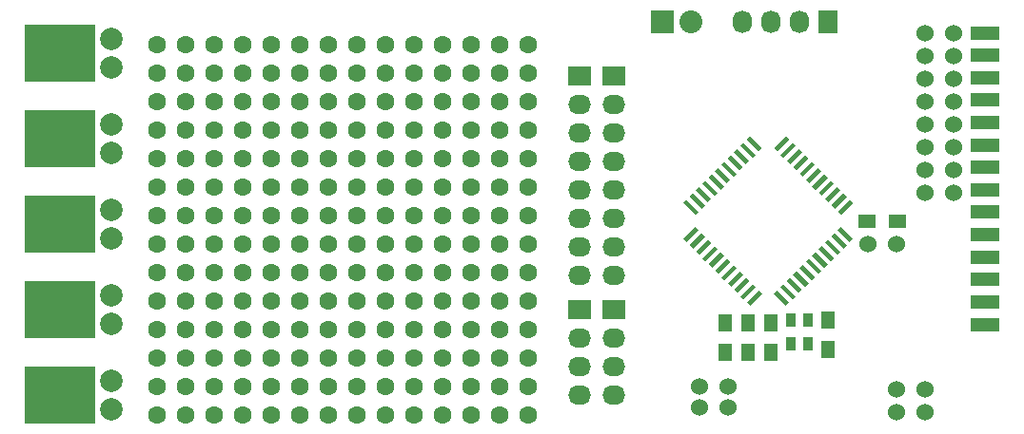
<source format=gts>
G04 #@! TF.FileFunction,Soldermask,Top*
%FSLAX46Y46*%
G04 Gerber Fmt 4.6, Leading zero omitted, Abs format (unit mm)*
G04 Created by KiCad (PCBNEW (2014-12-04 BZR 5312)-product) date 8/01/2015 8:05:32 PM*
%MOMM*%
G01*
G04 APERTURE LIST*
%ADD10C,0.100000*%
%ADD11C,1.600000*%
%ADD12R,6.350000X5.080000*%
%ADD13R,2.540000X1.270000*%
%ADD14R,2.032000X2.032000*%
%ADD15O,2.032000X2.032000*%
%ADD16R,2.032000X1.727200*%
%ADD17O,2.032000X1.727200*%
%ADD18C,1.524000*%
%ADD19R,0.900000X1.200000*%
%ADD20R,1.300000X1.500000*%
%ADD21R,1.500000X1.300000*%
%ADD22R,1.727200X2.032000*%
%ADD23O,1.727200X2.032000*%
%ADD24C,1.998980*%
G04 APERTURE END LIST*
D10*
D11*
X152400000Y-60960000D03*
X154940000Y-60960000D03*
X152400000Y-63500000D03*
X154940000Y-63500000D03*
X121920000Y-86360000D03*
X124460000Y-86360000D03*
X127000000Y-86360000D03*
X129540000Y-86360000D03*
X121920000Y-88900000D03*
X124460000Y-88900000D03*
X127000000Y-88900000D03*
X129540000Y-88900000D03*
X121920000Y-91440000D03*
X124460000Y-91440000D03*
X127000000Y-91440000D03*
X129540000Y-91440000D03*
X121920000Y-93980000D03*
X124460000Y-93980000D03*
X127000000Y-93980000D03*
X129540000Y-93980000D03*
D12*
X113284000Y-61772800D03*
X113284000Y-69392800D03*
X113284000Y-77012800D03*
X113284000Y-84632800D03*
X113284000Y-92252800D03*
D13*
X195580000Y-59944000D03*
X195580000Y-61944000D03*
X195580000Y-63944000D03*
X195580000Y-65944000D03*
X195580000Y-67944000D03*
X195580000Y-69944000D03*
X195580000Y-71944000D03*
X195580000Y-73944000D03*
X195580000Y-75944000D03*
X195580000Y-77944000D03*
X195580000Y-79944000D03*
X195580000Y-81944000D03*
X195580000Y-83944000D03*
X195580000Y-85944000D03*
D14*
X166878000Y-58928000D03*
D15*
X169418000Y-58928000D03*
D16*
X159512000Y-63754000D03*
D17*
X159512000Y-66294000D03*
X159512000Y-68834000D03*
X159512000Y-71374000D03*
X159512000Y-73914000D03*
X159512000Y-76454000D03*
X159512000Y-78994000D03*
X159512000Y-81534000D03*
D16*
X162560000Y-63754000D03*
D17*
X162560000Y-66294000D03*
X162560000Y-68834000D03*
X162560000Y-71374000D03*
X162560000Y-73914000D03*
X162560000Y-76454000D03*
X162560000Y-78994000D03*
X162560000Y-81534000D03*
D10*
G36*
X179921984Y-80066616D02*
X180999614Y-81144246D01*
X180712246Y-81431614D01*
X179634616Y-80353984D01*
X179921984Y-80066616D01*
X179921984Y-80066616D01*
G37*
G36*
X180487740Y-79500860D02*
X181565370Y-80578490D01*
X181278002Y-80865858D01*
X180200372Y-79788228D01*
X180487740Y-79500860D01*
X180487740Y-79500860D01*
G37*
G36*
X181053497Y-78935104D02*
X182131127Y-80012734D01*
X181843759Y-80300102D01*
X180766129Y-79222472D01*
X181053497Y-78935104D01*
X181053497Y-78935104D01*
G37*
G36*
X181619253Y-78369348D02*
X182696883Y-79446978D01*
X182409515Y-79734346D01*
X181331885Y-78656716D01*
X181619253Y-78369348D01*
X181619253Y-78369348D01*
G37*
G36*
X182185009Y-77803592D02*
X183262639Y-78881222D01*
X182975271Y-79168590D01*
X181897641Y-78090960D01*
X182185009Y-77803592D01*
X182185009Y-77803592D01*
G37*
G36*
X182750765Y-77237836D02*
X183828395Y-78315466D01*
X183541027Y-78602834D01*
X182463397Y-77525204D01*
X182750765Y-77237836D01*
X182750765Y-77237836D01*
G37*
G36*
X179356228Y-80632372D02*
X180433858Y-81710002D01*
X180146490Y-81997370D01*
X179068860Y-80919740D01*
X179356228Y-80632372D01*
X179356228Y-80632372D01*
G37*
G36*
X178790472Y-81198129D02*
X179868102Y-82275759D01*
X179580734Y-82563127D01*
X178503104Y-81485497D01*
X178790472Y-81198129D01*
X178790472Y-81198129D01*
G37*
G36*
X178224716Y-81763885D02*
X179302346Y-82841515D01*
X179014978Y-83128883D01*
X177937348Y-82051253D01*
X178224716Y-81763885D01*
X178224716Y-81763885D01*
G37*
G36*
X177658960Y-82329641D02*
X178736590Y-83407271D01*
X178449222Y-83694639D01*
X177371592Y-82617009D01*
X177658960Y-82329641D01*
X177658960Y-82329641D01*
G37*
G36*
X177093204Y-82895397D02*
X178170834Y-83973027D01*
X177883466Y-84260395D01*
X176805836Y-83182765D01*
X177093204Y-82895397D01*
X177093204Y-82895397D01*
G37*
G36*
X171839754Y-71984386D02*
X172917384Y-73062016D01*
X172630016Y-73349384D01*
X171552386Y-72271754D01*
X171839754Y-71984386D01*
X171839754Y-71984386D01*
G37*
G36*
X172405510Y-71418630D02*
X173483140Y-72496260D01*
X173195772Y-72783628D01*
X172118142Y-71705998D01*
X172405510Y-71418630D01*
X172405510Y-71418630D01*
G37*
G36*
X172971266Y-70852873D02*
X174048896Y-71930503D01*
X173761528Y-72217871D01*
X172683898Y-71140241D01*
X172971266Y-70852873D01*
X172971266Y-70852873D01*
G37*
G36*
X173537022Y-70287117D02*
X174614652Y-71364747D01*
X174327284Y-71652115D01*
X173249654Y-70574485D01*
X173537022Y-70287117D01*
X173537022Y-70287117D01*
G37*
G36*
X174102778Y-69721361D02*
X175180408Y-70798991D01*
X174893040Y-71086359D01*
X173815410Y-70008729D01*
X174102778Y-69721361D01*
X174102778Y-69721361D01*
G37*
G36*
X174668534Y-69155605D02*
X175746164Y-70233235D01*
X175458796Y-70520603D01*
X174381166Y-69442973D01*
X174668534Y-69155605D01*
X174668534Y-69155605D01*
G37*
G36*
X171273998Y-72550142D02*
X172351628Y-73627772D01*
X172064260Y-73915140D01*
X170986630Y-72837510D01*
X171273998Y-72550142D01*
X171273998Y-72550142D01*
G37*
G36*
X170708241Y-73115898D02*
X171785871Y-74193528D01*
X171498503Y-74480896D01*
X170420873Y-73403266D01*
X170708241Y-73115898D01*
X170708241Y-73115898D01*
G37*
G36*
X170142485Y-73681654D02*
X171220115Y-74759284D01*
X170932747Y-75046652D01*
X169855117Y-73969022D01*
X170142485Y-73681654D01*
X170142485Y-73681654D01*
G37*
G36*
X169576729Y-74247410D02*
X170654359Y-75325040D01*
X170366991Y-75612408D01*
X169289361Y-74534778D01*
X169576729Y-74247410D01*
X169576729Y-74247410D01*
G37*
G36*
X169010973Y-74813166D02*
X170088603Y-75890796D01*
X169801235Y-76178164D01*
X168723605Y-75100534D01*
X169010973Y-74813166D01*
X169010973Y-74813166D01*
G37*
G36*
X180712246Y-71984386D02*
X180999614Y-72271754D01*
X179921984Y-73349384D01*
X179634616Y-73062016D01*
X180712246Y-71984386D01*
X180712246Y-71984386D01*
G37*
G36*
X172630016Y-80066616D02*
X172917384Y-80353984D01*
X171839754Y-81431614D01*
X171552386Y-81144246D01*
X172630016Y-80066616D01*
X172630016Y-80066616D01*
G37*
G36*
X180146490Y-71418630D02*
X180433858Y-71705998D01*
X179356228Y-72783628D01*
X179068860Y-72496260D01*
X180146490Y-71418630D01*
X180146490Y-71418630D01*
G37*
G36*
X172064260Y-79500860D02*
X172351628Y-79788228D01*
X171273998Y-80865858D01*
X170986630Y-80578490D01*
X172064260Y-79500860D01*
X172064260Y-79500860D01*
G37*
G36*
X171498503Y-78935104D02*
X171785871Y-79222472D01*
X170708241Y-80300102D01*
X170420873Y-80012734D01*
X171498503Y-78935104D01*
X171498503Y-78935104D01*
G37*
G36*
X179580734Y-70852873D02*
X179868102Y-71140241D01*
X178790472Y-72217871D01*
X178503104Y-71930503D01*
X179580734Y-70852873D01*
X179580734Y-70852873D01*
G37*
G36*
X179014978Y-70287117D02*
X179302346Y-70574485D01*
X178224716Y-71652115D01*
X177937348Y-71364747D01*
X179014978Y-70287117D01*
X179014978Y-70287117D01*
G37*
G36*
X170932747Y-78369348D02*
X171220115Y-78656716D01*
X170142485Y-79734346D01*
X169855117Y-79446978D01*
X170932747Y-78369348D01*
X170932747Y-78369348D01*
G37*
G36*
X170366991Y-77803592D02*
X170654359Y-78090960D01*
X169576729Y-79168590D01*
X169289361Y-78881222D01*
X170366991Y-77803592D01*
X170366991Y-77803592D01*
G37*
G36*
X178449222Y-69721361D02*
X178736590Y-70008729D01*
X177658960Y-71086359D01*
X177371592Y-70798991D01*
X178449222Y-69721361D01*
X178449222Y-69721361D01*
G37*
G36*
X177883466Y-69155605D02*
X178170834Y-69442973D01*
X177093204Y-70520603D01*
X176805836Y-70233235D01*
X177883466Y-69155605D01*
X177883466Y-69155605D01*
G37*
G36*
X169801235Y-77237836D02*
X170088603Y-77525204D01*
X169010973Y-78602834D01*
X168723605Y-78315466D01*
X169801235Y-77237836D01*
X169801235Y-77237836D01*
G37*
G36*
X173195772Y-80632372D02*
X173483140Y-80919740D01*
X172405510Y-81997370D01*
X172118142Y-81710002D01*
X173195772Y-80632372D01*
X173195772Y-80632372D01*
G37*
G36*
X181278002Y-72550142D02*
X181565370Y-72837510D01*
X180487740Y-73915140D01*
X180200372Y-73627772D01*
X181278002Y-72550142D01*
X181278002Y-72550142D01*
G37*
G36*
X181843759Y-73115898D02*
X182131127Y-73403266D01*
X181053497Y-74480896D01*
X180766129Y-74193528D01*
X181843759Y-73115898D01*
X181843759Y-73115898D01*
G37*
G36*
X173761528Y-81198129D02*
X174048896Y-81485497D01*
X172971266Y-82563127D01*
X172683898Y-82275759D01*
X173761528Y-81198129D01*
X173761528Y-81198129D01*
G37*
G36*
X174327284Y-81763885D02*
X174614652Y-82051253D01*
X173537022Y-83128883D01*
X173249654Y-82841515D01*
X174327284Y-81763885D01*
X174327284Y-81763885D01*
G37*
G36*
X182409515Y-73681654D02*
X182696883Y-73969022D01*
X181619253Y-75046652D01*
X181331885Y-74759284D01*
X182409515Y-73681654D01*
X182409515Y-73681654D01*
G37*
G36*
X182975271Y-74247410D02*
X183262639Y-74534778D01*
X182185009Y-75612408D01*
X181897641Y-75325040D01*
X182975271Y-74247410D01*
X182975271Y-74247410D01*
G37*
G36*
X174893040Y-82329641D02*
X175180408Y-82617009D01*
X174102778Y-83694639D01*
X173815410Y-83407271D01*
X174893040Y-82329641D01*
X174893040Y-82329641D01*
G37*
G36*
X175458796Y-82895397D02*
X175746164Y-83182765D01*
X174668534Y-84260395D01*
X174381166Y-83973027D01*
X175458796Y-82895397D01*
X175458796Y-82895397D01*
G37*
G36*
X183541027Y-74813166D02*
X183828395Y-75100534D01*
X182750765Y-76178164D01*
X182463397Y-75890796D01*
X183541027Y-74813166D01*
X183541027Y-74813166D01*
G37*
D18*
X192786000Y-59944000D03*
X190246000Y-59944000D03*
X192786000Y-61976000D03*
X190246000Y-61976000D03*
X192786000Y-64008000D03*
X190246000Y-64008000D03*
X192786000Y-66040000D03*
X190246000Y-66040000D03*
X192786000Y-68072000D03*
X190246000Y-68072000D03*
X192786000Y-70104000D03*
X190246000Y-70104000D03*
X192786000Y-72136000D03*
X190246000Y-72136000D03*
X192786000Y-74168000D03*
X190246000Y-74168000D03*
X185166000Y-78740000D03*
X187706000Y-78740000D03*
X170180000Y-91440000D03*
X172720000Y-91440000D03*
X170180000Y-93345000D03*
X172720000Y-93345000D03*
X187706000Y-91694000D03*
X190246000Y-91694000D03*
X187706000Y-93726000D03*
X190246000Y-93726000D03*
D19*
X178308000Y-85514000D03*
X178308000Y-87714000D03*
D20*
X176530000Y-85772000D03*
X176530000Y-88472000D03*
D19*
X179832000Y-85514000D03*
X179832000Y-87714000D03*
D20*
X181610000Y-85518000D03*
X181610000Y-88218000D03*
D21*
X185086000Y-76708000D03*
X187786000Y-76708000D03*
D20*
X174498000Y-88472000D03*
X174498000Y-85772000D03*
D16*
X159512000Y-84582000D03*
D17*
X159512000Y-87122000D03*
X159512000Y-89662000D03*
X159512000Y-92202000D03*
D16*
X162560000Y-84582000D03*
D17*
X162560000Y-87122000D03*
X162560000Y-89662000D03*
X162560000Y-92202000D03*
D22*
X181610000Y-58928000D03*
D23*
X179070000Y-58928000D03*
X176530000Y-58928000D03*
X173990000Y-58928000D03*
D20*
X172466000Y-88472000D03*
X172466000Y-85772000D03*
D24*
X117856000Y-60452000D03*
X117856000Y-68072000D03*
X117856000Y-75692000D03*
X117856000Y-83312000D03*
X117856000Y-90932000D03*
X117856000Y-62992000D03*
X117856000Y-70612000D03*
X117856000Y-78232000D03*
X117856000Y-85852000D03*
X117856000Y-93472000D03*
D11*
X121920000Y-76200000D03*
X124460000Y-76200000D03*
X127000000Y-76200000D03*
X129540000Y-76200000D03*
X121920000Y-78740000D03*
X124460000Y-78740000D03*
X127000000Y-78740000D03*
X129540000Y-78740000D03*
X121920000Y-81280000D03*
X124460000Y-81280000D03*
X127000000Y-81280000D03*
X129540000Y-81280000D03*
X121920000Y-83820000D03*
X124460000Y-83820000D03*
X127000000Y-83820000D03*
X129540000Y-83820000D03*
X121920000Y-66040000D03*
X124460000Y-66040000D03*
X127000000Y-66040000D03*
X129540000Y-66040000D03*
X121920000Y-68580000D03*
X124460000Y-68580000D03*
X127000000Y-68580000D03*
X129540000Y-68580000D03*
X121920000Y-71120000D03*
X124460000Y-71120000D03*
X127000000Y-71120000D03*
X129540000Y-71120000D03*
X121920000Y-73660000D03*
X124460000Y-73660000D03*
X127000000Y-73660000D03*
X129540000Y-73660000D03*
X132080000Y-66040000D03*
X134620000Y-66040000D03*
X137160000Y-66040000D03*
X139700000Y-66040000D03*
X132080000Y-68580000D03*
X134620000Y-68580000D03*
X137160000Y-68580000D03*
X139700000Y-68580000D03*
X132080000Y-71120000D03*
X134620000Y-71120000D03*
X137160000Y-71120000D03*
X139700000Y-71120000D03*
X132080000Y-73660000D03*
X134620000Y-73660000D03*
X137160000Y-73660000D03*
X139700000Y-73660000D03*
X132080000Y-76200000D03*
X134620000Y-76200000D03*
X137160000Y-76200000D03*
X139700000Y-76200000D03*
X132080000Y-78740000D03*
X134620000Y-78740000D03*
X137160000Y-78740000D03*
X139700000Y-78740000D03*
X132080000Y-81280000D03*
X134620000Y-81280000D03*
X137160000Y-81280000D03*
X139700000Y-81280000D03*
X132080000Y-83820000D03*
X134620000Y-83820000D03*
X137160000Y-83820000D03*
X139700000Y-83820000D03*
X132080000Y-86360000D03*
X134620000Y-86360000D03*
X137160000Y-86360000D03*
X139700000Y-86360000D03*
X132080000Y-88900000D03*
X134620000Y-88900000D03*
X137160000Y-88900000D03*
X139700000Y-88900000D03*
X132080000Y-91440000D03*
X134620000Y-91440000D03*
X137160000Y-91440000D03*
X139700000Y-91440000D03*
X132080000Y-93980000D03*
X134620000Y-93980000D03*
X137160000Y-93980000D03*
X139700000Y-93980000D03*
X142240000Y-66040000D03*
X144780000Y-66040000D03*
X147320000Y-66040000D03*
X149860000Y-66040000D03*
X142240000Y-68580000D03*
X144780000Y-68580000D03*
X147320000Y-68580000D03*
X149860000Y-68580000D03*
X142240000Y-71120000D03*
X144780000Y-71120000D03*
X147320000Y-71120000D03*
X149860000Y-71120000D03*
X142240000Y-73660000D03*
X144780000Y-73660000D03*
X147320000Y-73660000D03*
X149860000Y-73660000D03*
X142240000Y-76200000D03*
X144780000Y-76200000D03*
X147320000Y-76200000D03*
X149860000Y-76200000D03*
X142240000Y-78740000D03*
X144780000Y-78740000D03*
X147320000Y-78740000D03*
X149860000Y-78740000D03*
X142240000Y-81280000D03*
X144780000Y-81280000D03*
X147320000Y-81280000D03*
X149860000Y-81280000D03*
X142240000Y-83820000D03*
X144780000Y-83820000D03*
X147320000Y-83820000D03*
X149860000Y-83820000D03*
X142240000Y-86360000D03*
X144780000Y-86360000D03*
X147320000Y-86360000D03*
X149860000Y-86360000D03*
X142240000Y-88900000D03*
X144780000Y-88900000D03*
X147320000Y-88900000D03*
X149860000Y-88900000D03*
X142240000Y-91440000D03*
X144780000Y-91440000D03*
X147320000Y-91440000D03*
X149860000Y-91440000D03*
X142240000Y-93980000D03*
X144780000Y-93980000D03*
X147320000Y-93980000D03*
X149860000Y-93980000D03*
X121920000Y-60960000D03*
X124460000Y-60960000D03*
X127000000Y-60960000D03*
X129540000Y-60960000D03*
X121920000Y-63500000D03*
X124460000Y-63500000D03*
X127000000Y-63500000D03*
X129540000Y-63500000D03*
X132080000Y-60960000D03*
X134620000Y-60960000D03*
X137160000Y-60960000D03*
X139700000Y-60960000D03*
X132080000Y-63500000D03*
X134620000Y-63500000D03*
X137160000Y-63500000D03*
X139700000Y-63500000D03*
X142240000Y-60960000D03*
X144780000Y-60960000D03*
X147320000Y-60960000D03*
X149860000Y-60960000D03*
X142240000Y-63500000D03*
X144780000Y-63500000D03*
X147320000Y-63500000D03*
X149860000Y-63500000D03*
X152400000Y-93980000D03*
X152400000Y-91440000D03*
X152400000Y-88900000D03*
X152400000Y-86360000D03*
X154940000Y-93980000D03*
X154940000Y-91440000D03*
X154940000Y-88900000D03*
X154940000Y-86360000D03*
X152400000Y-83820000D03*
X152400000Y-81280000D03*
X152400000Y-78740000D03*
X152400000Y-76200000D03*
X154940000Y-83820000D03*
X154940000Y-81280000D03*
X154940000Y-78740000D03*
X154940000Y-76200000D03*
X152400000Y-73660000D03*
X152400000Y-71120000D03*
X152400000Y-68580000D03*
X152400000Y-66040000D03*
X154940000Y-73660000D03*
X154940000Y-71120000D03*
X154940000Y-68580000D03*
X154940000Y-66040000D03*
M02*

</source>
